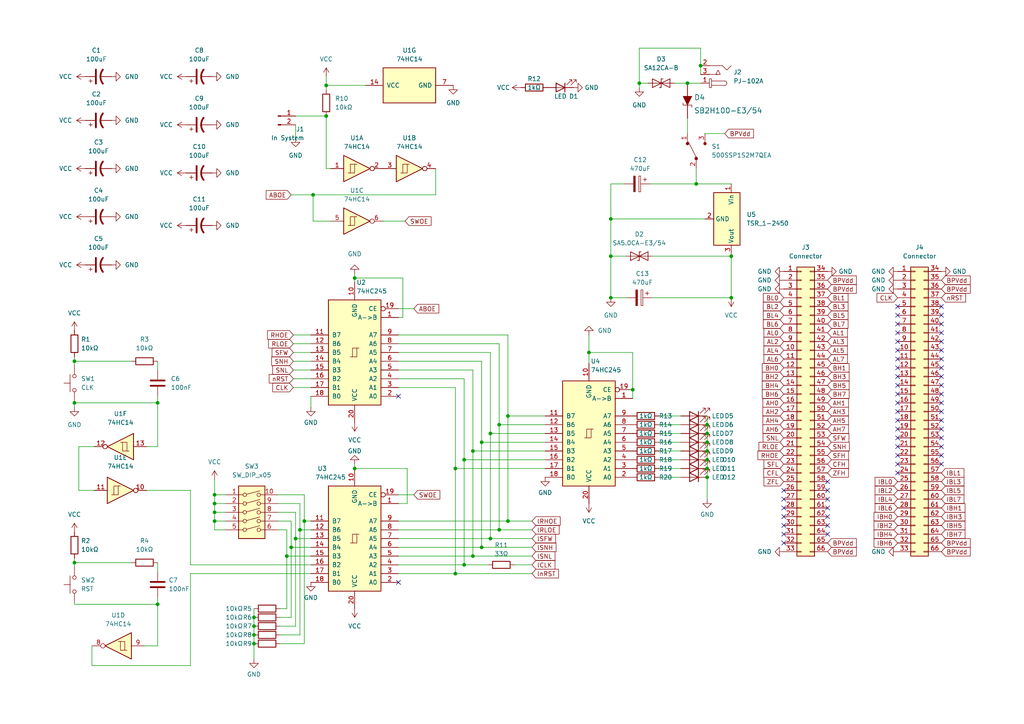
<source format=kicad_sch>
(kicad_sch (version 20211123) (generator eeschema)
  (paper "A4")
  (title_block (title "Talos ES") (date "2022-08-30") (rev "1.0") (company "The Byte Attic") (comment 1 "Kicad file by: Ricardo Setti") (comment 2 "Designed by: Bernardo Kastrup") (comment 3 "I/O"))
  (junction (at 21.59 104.775))
  (junction (at 142.24 156.21))
  (junction (at 73.66 184.15))
  (junction (at 139.7 158.75))
  (junction (at 62.23 143.51))
  (junction (at 199.39 24.13))
  (junction (at 94.615 24.765))
  (junction (at 183.515 113.03))
  (junction (at 205.105 128.27))
  (junction (at 62.23 148.59))
  (junction (at 21.59 163.195))
  (junction (at 73.66 186.69))
  (junction (at 201.93 53.34))
  (junction (at 132.08 166.37))
  (junction (at 83.185 161.29))
  (junction (at 147.32 120.65))
  (junction (at 102.87 135.89))
  (junction (at 177.165 86.36))
  (junction (at 205.105 135.89))
  (junction (at 205.105 123.19))
  (junction (at 73.66 181.61))
  (junction (at 212.09 86.36))
  (junction (at 45.72 175.26))
  (junction (at 134.62 163.83))
  (junction (at 90.805 56.515))
  (junction (at 132.08 135.89))
  (junction (at 86.995 153.67))
  (junction (at 137.16 161.29))
  (junction (at 147.32 151.13))
  (junction (at 177.165 63.5))
  (junction (at 185.42 24.13))
  (junction (at 205.105 133.35))
  (junction (at 137.16 130.81))
  (junction (at 139.7 128.27))
  (junction (at 73.66 179.07))
  (junction (at 21.59 116.84))
  (junction (at 85.725 156.21))
  (junction (at 62.23 146.05))
  (junction (at 84.455 158.75))
  (junction (at 203.2 19.05))
  (junction (at 94.615 33.655))
  (junction (at 205.105 125.73))
  (junction (at 177.165 74.295))
  (junction (at 170.815 102.235))
  (junction (at 134.62 133.35))
  (junction (at 45.72 116.84))
  (junction (at 205.105 138.43))
  (junction (at 212.09 74.295))
  (junction (at 102.87 80.645))
  (junction (at 144.78 153.67))
  (junction (at 142.24 125.73))
  (junction (at 144.78 123.19))
  (junction (at 88.265 151.13))
  (junction (at 205.105 130.81))
  (junction (at 62.23 151.13))
  (no_connect (at 273.05 116.84))
  (no_connect (at 273.05 124.46))
  (no_connect (at 240.03 147.32))
  (no_connect (at 227.33 154.94))
  (no_connect (at 260.35 119.38))
  (no_connect (at 260.35 121.92))
  (no_connect (at 260.35 109.22))
  (no_connect (at 227.33 142.24))
  (no_connect (at 227.33 157.48))
  (no_connect (at 273.05 96.52))
  (no_connect (at 260.35 116.84))
  (no_connect (at 260.35 127))
  (no_connect (at 260.35 93.98))
  (no_connect (at 227.33 152.4))
  (no_connect (at 260.35 96.52))
  (no_connect (at 273.05 88.9))
  (no_connect (at 273.05 99.06))
  (no_connect (at 240.03 144.78))
  (no_connect (at 260.35 132.08))
  (no_connect (at 115.57 114.935))
  (no_connect (at 273.05 104.14))
  (no_connect (at 227.33 149.86))
  (no_connect (at 227.33 144.78))
  (no_connect (at 240.03 139.7))
  (no_connect (at 273.05 129.54))
  (no_connect (at 260.35 104.14))
  (no_connect (at 273.05 101.6))
  (no_connect (at 260.35 134.62))
  (no_connect (at 240.03 154.94))
  (no_connect (at 273.05 132.08))
  (no_connect (at 273.05 93.98))
  (no_connect (at 260.35 124.46))
  (no_connect (at 260.35 111.76))
  (no_connect (at 273.05 119.38))
  (no_connect (at 260.35 106.68))
  (no_connect (at 260.35 129.54))
  (no_connect (at 227.33 147.32))
  (no_connect (at 260.35 101.6))
  (no_connect (at 273.05 109.22))
  (no_connect (at 273.05 121.92))
  (no_connect (at 240.03 149.86))
  (no_connect (at 273.05 91.44))
  (no_connect (at 115.57 168.91))
  (no_connect (at 260.35 88.9))
  (no_connect (at 273.05 127))
  (no_connect (at 260.35 99.06))
  (no_connect (at 240.03 152.4))
  (no_connect (at 273.05 134.62))
  (no_connect (at 260.35 91.44))
  (no_connect (at 273.05 106.68))
  (no_connect (at 260.35 114.3))
  (no_connect (at 260.35 137.16))
  (no_connect (at 273.05 111.76))
  (no_connect (at 240.03 142.24))
  (no_connect (at 273.05 114.3))
  (wire (pts (xy 212.09 86.36) (xy 212.09 74.295)))
  (wire (pts (xy 85.725 148.59) (xy 85.725 156.21)))
  (wire (pts (xy 185.42 13.97) (xy 185.42 24.13)))
  (wire (pts (xy 115.57 97.155) (xy 147.32 97.155)))
  (wire (pts (xy 149.225 163.83) (xy 154.305 163.83)))
  (wire (pts (xy 45.72 175.26) (xy 45.72 187.325)))
  (wire (pts (xy 65.405 148.59) (xy 62.23 148.59)))
  (wire (pts (xy 205.105 123.19) (xy 205.105 125.73)))
  (wire (pts (xy 85.725 156.21) (xy 90.17 156.21)))
  (wire (pts (xy 80.645 146.05) (xy 86.995 146.05)))
  (wire (pts (xy 62.23 151.13) (xy 62.23 148.59)))
  (wire (pts (xy 142.24 156.21) (xy 154.305 156.21)))
  (wire (pts (xy 55.245 163.83) (xy 90.17 163.83)))
  (wire (pts (xy 73.66 181.61) (xy 73.66 184.15)))
  (wire (pts (xy 21.59 104.775) (xy 38.1 104.775)))
  (wire (pts (xy 73.66 176.53) (xy 73.66 179.07)))
  (wire (pts (xy 94.615 22.225) (xy 94.615 24.765)))
  (wire (pts (xy 102.87 80.645) (xy 116.84 80.645)))
  (wire (pts (xy 177.165 63.5) (xy 177.165 74.295)))
  (wire (pts (xy 147.32 120.65) (xy 158.115 120.65)))
  (wire (pts (xy 88.265 151.13) (xy 90.17 151.13)))
  (wire (pts (xy 86.995 184.15) (xy 86.995 153.67)))
  (wire (pts (xy 62.23 139.065) (xy 62.23 143.51)))
  (wire (pts (xy 21.59 106.045) (xy 21.59 104.775)))
  (wire (pts (xy 158.115 125.73) (xy 142.24 125.73)))
  (wire (pts (xy 21.59 163.195) (xy 21.59 161.925)))
  (wire (pts (xy 116.84 92.075) (xy 116.84 80.645)))
  (wire (pts (xy 134.62 163.83) (xy 141.605 163.83)))
  (wire (pts (xy 88.265 186.69) (xy 88.265 151.13)))
  (wire (pts (xy 81.28 186.69) (xy 88.265 186.69)))
  (wire (pts (xy 188.595 53.34) (xy 201.93 53.34)))
  (wire (pts (xy 183.515 113.03) (xy 183.515 102.235)))
  (wire (pts (xy 199.39 34.29) (xy 199.39 38.735)))
  (wire (pts (xy 126.365 48.895) (xy 126.365 56.515)))
  (wire (pts (xy 115.57 153.67) (xy 144.78 153.67)))
  (wire (pts (xy 55.245 166.37) (xy 90.17 166.37)))
  (wire (pts (xy 83.185 153.67) (xy 83.185 161.29)))
  (wire (pts (xy 21.59 116.84) (xy 21.59 116.205)))
  (wire (pts (xy 65.405 146.05) (xy 62.23 146.05)))
  (wire (pts (xy 102.87 134.62) (xy 102.87 135.89)))
  (wire (pts (xy 115.57 163.83) (xy 134.62 163.83)))
  (wire (pts (xy 115.57 112.395) (xy 132.08 112.395)))
  (wire (pts (xy 102.87 80.645) (xy 102.87 81.915)))
  (wire (pts (xy 189.23 86.36) (xy 212.09 86.36)))
  (wire (pts (xy 21.59 164.465) (xy 21.59 163.195)))
  (wire (pts (xy 115.57 161.29) (xy 137.16 161.29)))
  (wire (pts (xy 183.515 113.03) (xy 183.515 115.57)))
  (wire (pts (xy 191.135 128.27) (xy 197.485 128.27)))
  (wire (pts (xy 21.59 175.26) (xy 21.59 174.625)))
  (wire (pts (xy 134.62 109.855) (xy 134.62 133.35)))
  (wire (pts (xy 115.57 104.775) (xy 139.7 104.775)))
  (wire (pts (xy 191.135 138.43) (xy 197.485 138.43)))
  (wire (pts (xy 26.67 187.325) (xy 26.67 193.04)))
  (wire (pts (xy 203.2 13.97) (xy 185.42 13.97)))
  (wire (pts (xy 102.87 79.375) (xy 102.87 80.645)))
  (wire (pts (xy 205.105 125.73) (xy 205.105 128.27)))
  (wire (pts (xy 139.7 104.775) (xy 139.7 128.27)))
  (wire (pts (xy 191.135 133.35) (xy 197.485 133.35)))
  (wire (pts (xy 177.165 86.36) (xy 177.165 74.295)))
  (wire (pts (xy 115.57 109.855) (xy 134.62 109.855)))
  (wire (pts (xy 132.08 135.89) (xy 132.08 166.37)))
  (wire (pts (xy 94.615 48.895) (xy 95.885 48.895)))
  (wire (pts (xy 115.57 158.75) (xy 139.7 158.75)))
  (wire (pts (xy 26.67 193.04) (xy 55.245 193.04)))
  (wire (pts (xy 85.09 112.395) (xy 90.17 112.395)))
  (wire (pts (xy 73.66 184.15) (xy 73.66 186.69)))
  (wire (pts (xy 85.09 104.775) (xy 90.17 104.775)))
  (wire (pts (xy 90.805 56.515) (xy 90.805 64.135)))
  (wire (pts (xy 94.615 33.655) (xy 94.615 48.895)))
  (wire (pts (xy 177.165 63.5) (xy 177.165 53.34)))
  (wire (pts (xy 65.405 151.13) (xy 62.23 151.13)))
  (wire (pts (xy 115.57 102.235) (xy 142.24 102.235)))
  (wire (pts (xy 158.115 135.89) (xy 132.08 135.89)))
  (wire (pts (xy 81.28 176.53) (xy 83.185 176.53)))
  (wire (pts (xy 85.09 107.315) (xy 90.17 107.315)))
  (wire (pts (xy 118.11 146.05) (xy 118.11 135.89)))
  (wire (pts (xy 115.57 151.13) (xy 147.32 151.13)))
  (wire (pts (xy 191.135 125.73) (xy 197.485 125.73)))
  (wire (pts (xy 204.47 38.735) (xy 210.185 38.735)))
  (wire (pts (xy 45.72 104.775) (xy 45.72 107.315)))
  (wire (pts (xy 62.23 153.67) (xy 62.23 151.13)))
  (wire (pts (xy 62.23 146.05) (xy 62.23 143.51)))
  (wire (pts (xy 191.135 120.65) (xy 197.485 120.65)))
  (wire (pts (xy 83.185 161.29) (xy 90.17 161.29)))
  (wire (pts (xy 137.16 161.29) (xy 154.305 161.29)))
  (wire (pts (xy 185.42 25.4) (xy 185.42 24.13)))
  (wire (pts (xy 115.57 166.37) (xy 132.08 166.37)))
  (wire (pts (xy 84.455 158.75) (xy 90.17 158.75)))
  (wire (pts (xy 199.39 24.13) (xy 203.2 24.13)))
  (wire (pts (xy 80.645 148.59) (xy 85.725 148.59)))
  (wire (pts (xy 201.93 48.895) (xy 201.93 53.34)))
  (wire (pts (xy 84.455 56.515) (xy 90.805 56.515)))
  (wire (pts (xy 86.995 146.05) (xy 86.995 153.67)))
  (wire (pts (xy 73.66 186.69) (xy 73.66 191.135)))
  (wire (pts (xy 41.91 187.325) (xy 45.72 187.325)))
  (wire (pts (xy 205.105 133.35) (xy 205.105 135.89)))
  (wire (pts (xy 181.61 86.36) (xy 177.165 86.36)))
  (wire (pts (xy 158.115 133.35) (xy 134.62 133.35)))
  (wire (pts (xy 191.135 123.19) (xy 197.485 123.19)))
  (wire (pts (xy 85.09 109.855) (xy 90.17 109.855)))
  (wire (pts (xy 21.59 175.26) (xy 45.72 175.26)))
  (wire (pts (xy 158.115 130.81) (xy 137.16 130.81)))
  (wire (pts (xy 144.78 153.67) (xy 154.305 153.67)))
  (wire (pts (xy 142.24 102.235) (xy 142.24 125.73)))
  (wire (pts (xy 84.455 179.07) (xy 84.455 158.75)))
  (wire (pts (xy 115.57 89.535) (xy 120.015 89.535)))
  (wire (pts (xy 94.615 24.765) (xy 94.615 26.035)))
  (wire (pts (xy 45.72 173.355) (xy 45.72 175.26)))
  (wire (pts (xy 88.265 143.51) (xy 88.265 151.13)))
  (wire (pts (xy 85.725 181.61) (xy 85.725 156.21)))
  (wire (pts (xy 212.09 74.295) (xy 212.09 73.66)))
  (wire (pts (xy 139.7 158.75) (xy 154.305 158.75)))
  (wire (pts (xy 86.995 153.67) (xy 90.17 153.67)))
  (wire (pts (xy 22.86 129.54) (xy 22.86 142.24)))
  (wire (pts (xy 85.09 97.155) (xy 90.17 97.155)))
  (wire (pts (xy 84.455 151.13) (xy 84.455 158.75)))
  (wire (pts (xy 21.59 163.195) (xy 38.1 163.195)))
  (wire (pts (xy 83.185 176.53) (xy 83.185 161.29)))
  (wire (pts (xy 21.59 118.11) (xy 21.59 116.84)))
  (wire (pts (xy 144.78 123.19) (xy 144.78 153.67)))
  (wire (pts (xy 203.2 19.05) (xy 203.2 21.59)))
  (wire (pts (xy 137.16 130.81) (xy 137.16 161.29)))
  (wire (pts (xy 115.57 146.05) (xy 118.11 146.05)))
  (wire (pts (xy 205.105 120.65) (xy 205.105 123.19)))
  (wire (pts (xy 80.645 153.67) (xy 83.185 153.67)))
  (wire (pts (xy 205.105 135.89) (xy 205.105 138.43)))
  (wire (pts (xy 115.57 92.075) (xy 116.84 92.075)))
  (wire (pts (xy 21.59 116.84) (xy 45.72 116.84)))
  (wire (pts (xy 115.57 107.315) (xy 137.16 107.315)))
  (wire (pts (xy 115.57 143.51) (xy 120.015 143.51)))
  (wire (pts (xy 170.815 102.235) (xy 183.515 102.235)))
  (wire (pts (xy 137.16 107.315) (xy 137.16 130.81)))
  (wire (pts (xy 42.545 142.24) (xy 55.245 142.24)))
  (wire (pts (xy 189.23 74.295) (xy 212.09 74.295)))
  (wire (pts (xy 205.105 138.43) (xy 205.105 144.78)))
  (wire (pts (xy 205.105 128.27) (xy 205.105 130.81)))
  (wire (pts (xy 205.105 130.81) (xy 205.105 133.35)))
  (wire (pts (xy 195.58 24.13) (xy 199.39 24.13)))
  (wire (pts (xy 147.32 151.13) (xy 154.305 151.13)))
  (wire (pts (xy 158.115 123.19) (xy 144.78 123.19)))
  (wire (pts (xy 185.42 24.13) (xy 187.96 24.13)))
  (wire (pts (xy 81.28 179.07) (xy 84.455 179.07)))
  (wire (pts (xy 204.47 63.5) (xy 177.165 63.5)))
  (wire (pts (xy 111.125 64.135) (xy 117.475 64.135)))
  (wire (pts (xy 147.32 97.155) (xy 147.32 120.65)))
  (wire (pts (xy 170.815 102.235) (xy 170.815 105.41)))
  (wire (pts (xy 55.245 142.24) (xy 55.245 163.83)))
  (wire (pts (xy 62.23 148.59) (xy 62.23 146.05)))
  (wire (pts (xy 181.61 74.295) (xy 177.165 74.295)))
  (wire (pts (xy 191.135 130.81) (xy 197.485 130.81)))
  (wire (pts (xy 55.245 193.04) (xy 55.245 166.37)))
  (wire (pts (xy 102.87 135.89) (xy 118.11 135.89)))
  (wire (pts (xy 45.72 114.935) (xy 45.72 116.84)))
  (wire (pts (xy 27.305 129.54) (xy 22.86 129.54)))
  (wire (pts (xy 45.72 116.84) (xy 45.72 129.54)))
  (wire (pts (xy 201.93 53.34) (xy 212.09 53.34)))
  (wire (pts (xy 132.08 166.37) (xy 154.305 166.37)))
  (wire (pts (xy 139.7 128.27) (xy 139.7 158.75)))
  (wire (pts (xy 191.135 135.89) (xy 197.485 135.89)))
  (wire (pts (xy 142.24 125.73) (xy 142.24 156.21)))
  (wire (pts (xy 80.645 151.13) (xy 84.455 151.13)))
  (wire (pts (xy 144.78 99.695) (xy 144.78 123.19)))
  (wire (pts (xy 177.165 53.34) (xy 180.975 53.34)))
  (wire (pts (xy 115.57 156.21) (xy 142.24 156.21)))
  (wire (pts (xy 139.7 128.27) (xy 158.115 128.27)))
  (wire (pts (xy 21.59 104.775) (xy 21.59 103.505)))
  (wire (pts (xy 85.725 36.195) (xy 85.725 40.005)))
  (wire (pts (xy 134.62 133.35) (xy 134.62 163.83)))
  (wire (pts (xy 85.09 102.235) (xy 90.17 102.235)))
  (wire (pts (xy 132.08 112.395) (xy 132.08 135.89)))
  (wire (pts (xy 80.645 143.51) (xy 88.265 143.51)))
  (wire (pts (xy 90.17 114.935) (xy 90.17 118.11)))
  (wire (pts (xy 65.405 153.67) (xy 62.23 153.67)))
  (wire (pts (xy 106.045 24.765) (xy 94.615 24.765)))
  (wire (pts (xy 62.23 143.51) (xy 65.405 143.51)))
  (wire (pts (xy 45.72 163.195) (xy 45.72 165.735)))
  (wire (pts (xy 147.32 120.65) (xy 147.32 151.13)))
  (wire (pts (xy 81.28 181.61) (xy 85.725 181.61)))
  (wire (pts (xy 22.86 142.24) (xy 27.305 142.24)))
  (wire (pts (xy 85.725 33.655) (xy 94.615 33.655)))
  (wire (pts (xy 115.57 99.695) (xy 144.78 99.695)))
  (wire (pts (xy 42.545 129.54) (xy 45.72 129.54)))
  (wire (pts (xy 126.365 56.515) (xy 90.805 56.515)))
  (wire (pts (xy 170.815 97.155) (xy 170.815 102.235)))
  (wire (pts (xy 203.2 19.05) (xy 203.2 13.97)))
  (wire (pts (xy 90.805 64.135) (xy 95.885 64.135)))
  (wire (pts (xy 85.09 99.695) (xy 90.17 99.695)))
  (wire (pts (xy 81.28 184.15) (xy 86.995 184.15)))
  (wire (pts (xy 73.66 179.07) (xy 73.66 181.61)))
  (global_label "AL7" (shape input) (at 240.03 104.14 0) (property "Intersheet References" "${INTERSHEET_REFS}" (effects hide)))
  (global_label "lnRST" (shape input) (at 154.305 166.37 0) (property "Intersheet References" "${INTERSHEET_REFS}" (effects hide)))
  (global_label "BPVdd" (shape input) (at 210.185 38.735 0) (property "Intersheet References" "${INTERSHEET_REFS}" (effects hide)))
  (global_label "AL2" (shape input) (at 227.33 99.06 180) (property "Intersheet References" "${INTERSHEET_REFS}" (effects hide)))
  (global_label "BH3" (shape input) (at 240.03 109.22 0) (property "Intersheet References" "${INTERSHEET_REFS}" (effects hide)))
  (global_label "AL5" (shape input) (at 240.03 101.6 0) (property "Intersheet References" "${INTERSHEET_REFS}" (effects hide)))
  (global_label "RHOE" (shape input) (at 85.09 97.155 180) (property "Intersheet References" "${INTERSHEET_REFS}" (effects hide)))
  (global_label "BPVdd" (shape input) (at 240.03 157.48 0) (property "Intersheet References" "${INTERSHEET_REFS}" (effects hide)))
  (global_label "IBL5" (shape input) (at 273.05 142.24 0) (property "Intersheet References" "${INTERSHEET_REFS}" (effects hide)))
  (global_label "CFH" (shape input) (at 240.03 134.62 0) (property "Intersheet References" "${INTERSHEET_REFS}" (effects hide)))
  (global_label "SWOE" (shape input) (at 117.475 64.135 0) (property "Intersheet References" "${INTERSHEET_REFS}" (effects hide)))
  (global_label "AH3" (shape input) (at 240.03 119.38 0) (property "Intersheet References" "${INTERSHEET_REFS}" (effects hide)))
  (global_label "BL0" (shape input) (at 227.33 86.36 180) (property "Intersheet References" "${INTERSHEET_REFS}" (effects hide)))
  (global_label "IBL1" (shape input) (at 273.05 137.16 0) (property "Intersheet References" "${INTERSHEET_REFS}" (effects hide)))
  (global_label "SNH" (shape input) (at 85.09 104.775 180) (property "Intersheet References" "${INTERSHEET_REFS}" (effects hide)))
  (global_label "AL6" (shape input) (at 227.33 104.14 180) (property "Intersheet References" "${INTERSHEET_REFS}" (effects hide)))
  (global_label "AH2" (shape input) (at 227.33 119.38 180) (property "Intersheet References" "${INTERSHEET_REFS}" (effects hide)))
  (global_label "AH0" (shape input) (at 227.33 116.84 180) (property "Intersheet References" "${INTERSHEET_REFS}" (effects hide)))
  (global_label "nRST" (shape input) (at 273.05 86.36 0) (property "Intersheet References" "${INTERSHEET_REFS}" (effects hide)))
  (global_label "IBH5" (shape input) (at 273.05 152.4 0) (property "Intersheet References" "${INTERSHEET_REFS}" (effects hide)))
  (global_label "lSFW" (shape input) (at 154.305 156.21 0) (property "Intersheet References" "${INTERSHEET_REFS}" (effects hide)))
  (global_label "IBH6" (shape input) (at 260.35 157.48 180) (property "Intersheet References" "${INTERSHEET_REFS}" (effects hide)))
  (global_label "ABOE" (shape input) (at 84.455 56.515 180) (property "Intersheet References" "${INTERSHEET_REFS}" (effects hide)))
  (global_label "BH6" (shape input) (at 227.33 114.3 180) (property "Intersheet References" "${INTERSHEET_REFS}" (effects hide)))
  (global_label "BH4" (shape input) (at 227.33 111.76 180) (property "Intersheet References" "${INTERSHEET_REFS}" (effects hide)))
  (global_label "SFH" (shape input) (at 240.03 132.08 0) (property "Intersheet References" "${INTERSHEET_REFS}" (effects hide)))
  (global_label "AH6" (shape input) (at 227.33 124.46 180) (property "Intersheet References" "${INTERSHEET_REFS}" (effects hide)))
  (global_label "nRST" (shape input) (at 85.09 109.855 180) (property "Intersheet References" "${INTERSHEET_REFS}" (effects hide)))
  (global_label "AL3" (shape input) (at 240.03 99.06 0) (property "Intersheet References" "${INTERSHEET_REFS}" (effects hide)))
  (global_label "BPVdd" (shape input) (at 240.03 81.28 0) (property "Intersheet References" "${INTERSHEET_REFS}" (effects hide)))
  (global_label "BH2" (shape input) (at 227.33 109.22 180) (property "Intersheet References" "${INTERSHEET_REFS}" (effects hide)))
  (global_label "IBL0" (shape input) (at 260.35 139.7 180) (property "Intersheet References" "${INTERSHEET_REFS}" (effects hide)))
  (global_label "IBH1" (shape input) (at 273.05 147.32 0) (property "Intersheet References" "${INTERSHEET_REFS}" (effects hide)))
  (global_label "IBH7" (shape input) (at 273.05 154.94 0) (property "Intersheet References" "${INTERSHEET_REFS}" (effects hide)))
  (global_label "BPVdd" (shape input) (at 273.05 160.02 0) (property "Intersheet References" "${INTERSHEET_REFS}" (effects hide)))
  (global_label "BH1" (shape input) (at 240.03 106.68 0) (property "Intersheet References" "${INTERSHEET_REFS}" (effects hide)))
  (global_label "IBL2" (shape input) (at 260.35 142.24 180) (property "Intersheet References" "${INTERSHEET_REFS}" (effects hide)))
  (global_label "IBL3" (shape input) (at 273.05 139.7 0) (property "Intersheet References" "${INTERSHEET_REFS}" (effects hide)))
  (global_label "lSNH" (shape input) (at 154.305 158.75 0) (property "Intersheet References" "${INTERSHEET_REFS}" (effects hide)))
  (global_label "lRLOE" (shape input) (at 154.305 153.67 0) (property "Intersheet References" "${INTERSHEET_REFS}" (effects hide)))
  (global_label "RLOE" (shape input) (at 227.33 129.54 180) (property "Intersheet References" "${INTERSHEET_REFS}" (effects hide)))
  (global_label "lSNL" (shape input) (at 154.305 161.29 0) (property "Intersheet References" "${INTERSHEET_REFS}" (effects hide)))
  (global_label "SNL" (shape input) (at 227.33 127 180) (property "Intersheet References" "${INTERSHEET_REFS}" (effects hide)))
  (global_label "AH7" (shape input) (at 240.03 124.46 0) (property "Intersheet References" "${INTERSHEET_REFS}" (effects hide)))
  (global_label "CLK" (shape input) (at 260.35 86.36 180) (property "Intersheet References" "${INTERSHEET_REFS}" (effects hide)))
  (global_label "IBL6" (shape input) (at 260.35 147.32 180) (property "Intersheet References" "${INTERSHEET_REFS}" (effects hide)))
  (global_label "IBH2" (shape input) (at 260.35 152.4 180) (property "Intersheet References" "${INTERSHEET_REFS}" (effects hide)))
  (global_label "IBH0" (shape input) (at 260.35 149.86 180) (property "Intersheet References" "${INTERSHEET_REFS}" (effects hide)))
  (global_label "CLK" (shape input) (at 85.09 112.395 180) (property "Intersheet References" "${INTERSHEET_REFS}" (effects hide)))
  (global_label "AL1" (shape input) (at 240.03 96.52 0) (property "Intersheet References" "${INTERSHEET_REFS}" (effects hide)))
  (global_label "ZFH" (shape input) (at 240.03 137.16 0) (property "Intersheet References" "${INTERSHEET_REFS}" (effects hide)))
  (global_label "lCLK" (shape input) (at 154.305 163.83 0) (property "Intersheet References" "${INTERSHEET_REFS}" (effects hide)))
  (global_label "SFL" (shape input) (at 227.33 134.62 180) (property "Intersheet References" "${INTERSHEET_REFS}" (effects hide)))
  (global_label "BPVdd" (shape input) (at 240.03 160.02 0) (property "Intersheet References" "${INTERSHEET_REFS}" (effects hide)))
  (global_label "AH4" (shape input) (at 227.33 121.92 180) (property "Intersheet References" "${INTERSHEET_REFS}" (effects hide)))
  (global_label "BPVdd" (shape input) (at 273.05 157.48 0) (property "Intersheet References" "${INTERSHEET_REFS}" (effects hide)))
  (global_label "BL4" (shape input) (at 227.33 91.44 180) (property "Intersheet References" "${INTERSHEET_REFS}" (effects hide)))
  (global_label "BL7" (shape input) (at 240.03 93.98 0) (property "Intersheet References" "${INTERSHEET_REFS}" (effects hide)))
  (global_label "SFW" (shape input) (at 240.03 127 0) (property "Intersheet References" "${INTERSHEET_REFS}" (effects hide)))
  (global_label "AL4" (shape input) (at 227.33 101.6 180) (property "Intersheet References" "${INTERSHEET_REFS}" (effects hide)))
  (global_label "ZFL" (shape input) (at 227.33 139.7 180) (property "Intersheet References" "${INTERSHEET_REFS}" (effects hide)))
  (global_label "IBH3" (shape input) (at 273.05 149.86 0) (property "Intersheet References" "${INTERSHEET_REFS}" (effects hide)))
  (global_label "AH5" (shape input) (at 240.03 121.92 0) (property "Intersheet References" "${INTERSHEET_REFS}" (effects hide)))
  (global_label "SFW" (shape input) (at 85.09 102.235 180) (property "Intersheet References" "${INTERSHEET_REFS}" (effects hide)))
  (global_label "AL0" (shape input) (at 227.33 96.52 180) (property "Intersheet References" "${INTERSHEET_REFS}" (effects hide)))
  (global_label "BH7" (shape input) (at 240.03 114.3 0) (property "Intersheet References" "${INTERSHEET_REFS}" (effects hide)))
  (global_label "lRHOE" (shape input) (at 154.305 151.13 0) (property "Intersheet References" "${INTERSHEET_REFS}" (effects hide)))
  (global_label "IBL7" (shape input) (at 273.05 144.78 0) (property "Intersheet References" "${INTERSHEET_REFS}" (effects hide)))
  (global_label "SNH" (shape input) (at 240.03 129.54 0) (property "Intersheet References" "${INTERSHEET_REFS}" (effects hide)))
  (global_label "BPVdd" (shape input) (at 273.05 83.82 0) (property "Intersheet References" "${INTERSHEET_REFS}" (effects hide)))
  (global_label "CFL" (shape input) (at 227.33 137.16 180) (property "Intersheet References" "${INTERSHEET_REFS}" (effects hide)))
  (global_label "RHOE" (shape input) (at 227.33 132.08 180) (property "Intersheet References" "${INTERSHEET_REFS}" (effects hide)))
  (global_label "SWOE" (shape input) (at 120.015 143.51 0) (property "Intersheet References" "${INTERSHEET_REFS}" (effects hide)))
  (global_label "SNL" (shape input) (at 85.09 107.315 180) (property "Intersheet References" "${INTERSHEET_REFS}" (effects hide)))
  (global_label "BL5" (shape input) (at 240.03 91.44 0) (property "Intersheet References" "${INTERSHEET_REFS}" (effects hide)))
  (global_label "IBL4" (shape input) (at 260.35 144.78 180) (property "Intersheet References" "${INTERSHEET_REFS}" (effects hide)))
  (global_label "BH0" (shape input) (at 227.33 106.68 180) (property "Intersheet References" "${INTERSHEET_REFS}" (effects hide)))
  (global_label "RLOE" (shape input) (at 85.09 99.695 180) (property "Intersheet References" "${INTERSHEET_REFS}" (effects hide)))
  (global_label "ABOE" (shape input) (at 120.015 89.535 0) (property "Intersheet References" "${INTERSHEET_REFS}" (effects hide)))
  (global_label "AH1" (shape input) (at 240.03 116.84 0) (property "Intersheet References" "${INTERSHEET_REFS}" (effects hide)))
  (global_label "IBH4" (shape input) (at 260.35 154.94 180) (property "Intersheet References" "${INTERSHEET_REFS}" (effects hide)))
  (global_label "BL3" (shape input) (at 240.03 88.9 0) (property "Intersheet References" "${INTERSHEET_REFS}" (effects hide)))
  (global_label "BPVdd" (shape input) (at 240.03 83.82 0) (property "Intersheet References" "${INTERSHEET_REFS}" (effects hide)))
  (global_label "BPVdd" (shape input) (at 273.05 81.28 0) (property "Intersheet References" "${INTERSHEET_REFS}" (effects hide)))
  (global_label "BL6" (shape input) (at 227.33 93.98 180) (property "Intersheet References" "${INTERSHEET_REFS}" (effects hide)))
  (global_label "BH5" (shape input) (at 240.03 111.76 0) (property "Intersheet References" "${INTERSHEET_REFS}" (effects hide)))
  (global_label "BL1" (shape input) (at 240.03 86.36 0) (property "Intersheet References" "${INTERSHEET_REFS}" (effects hide)))
  (global_label "BL2" (shape input) (at 227.33 88.9 180) (property "Intersheet References" "${INTERSHEET_REFS}" (effects hide)))
  (symbol (lib_id "Device:R") (at 187.325 120.65 270) (unit 1)
    (property "Reference" "R13" (at 193.04 120.65 90))
    (property "Value" "1kΩ" (at 187.325 120.65 90))
    (property "Footprint" "Resistor_THT:R_Axial_DIN0207_L6.3mm_D2.5mm_P7.62mm_Horizontal" (effects hide))
  )
  (symbol (lib_id "power:GND") (at 273.05 78.74 90) (unit 1)
    (property "Reference" "#PWR0143" (effects hide))
    (property "Value" "GND" (at 276.225 78.7399 90) (effects (justify right)))
  )
  (symbol (lib_id "74xx:74HC245") (at 170.815 125.73 180) (unit 1)
    (property "Reference" "U4" (at 171.3356 104.775 0) (effects (justify right)))
    (property "Value" "74HC245" (at 171.3356 107.315 0) (effects (justify right)))
    (property "Footprint" "Package_DIP:DIP-20_W7.62mm_Socket" (effects hide))
    (property "Datasheet" "http://www.ti.com/lit/gpn/sn74HC245" (effects hide))
  )
  (symbol (lib_id "Switch:SW_Push") (at 21.59 169.545 90) (unit 1)
    (property "Reference" "SW2" (at 23.495 168.2749 90) (effects (justify right)))
    (property "Value" "RST" (at 23.495 170.8149 90) (effects (justify right)))
    (property "Footprint" "Button_Switch_THT:SW_PUSH_6mm_H5mm" (effects hide))
  )
  (symbol (lib_id "Device:C_Polarized") (at 185.42 86.36 270) (unit 1)
    (property "Reference" "C13" (at 186.309 79.375 90))
    (property "Value" "470uF" (at 186.309 81.915 90))
    (property "Footprint" "Capacitor_THT:CP_Radial_D5.0mm_P2.00mm" (effects hide))
  )
  (symbol (lib_id "Device:LED") (at 201.295 120.65 180) (unit 1)
    (property "Reference" "D5" (at 211.455 120.65 0))
    (property "Value" "LED" (at 208.28 120.65 0))
    (property "Footprint" "LED_THT:LED_D5.0mm" (effects hide))
  )
  (symbol (lib_id "74xx:74HC14") (at 34.29 187.325 0) (mirror y) (unit 4)
    (property "Reference" "U1" (at 34.29 178.435 0))
    (property "Value" "74HC14" (at 34.29 180.975 0))
    (property "Footprint" "Package_DIP:DIP-14_W7.62mm_Socket" (effects hide))
    (property "Datasheet" "http://www.ti.com/lit/gpn/sn74HC14" (effects hide))
  )
  (symbol (lib_id "Device:R") (at 77.47 184.15 270) (unit 1)
    (property "Reference" "R8" (at 71.755 184.15 90))
    (property "Value" "10kΩ" (at 67.945 184.15 90))
    (property "Footprint" "Resistor_THT:R_Axial_DIN0207_L6.3mm_D2.5mm_P7.62mm_Horizontal" (effects hide))
  )
  (symbol (lib_id "power:GND") (at 32.385 62.865 90) (unit 1)
    (property "Reference" "#PWR0106" (effects hide))
    (property "Value" "GND" (at 36.195 62.8649 90) (effects (justify right)))
  )
  (symbol (lib_id "Device:LED") (at 201.295 125.73 180) (unit 1)
    (property "Reference" "D7" (at 211.455 125.73 0))
    (property "Value" "LED" (at 208.28 125.73 0))
    (property "Footprint" "LED_THT:LED_D5.0mm" (effects hide))
  )
  (symbol (lib_id "74xx:74HC14") (at 34.925 129.54 0) (mirror y) (unit 6)
    (property "Reference" "U1" (at 34.925 120.015 0))
    (property "Value" "74HC14" (at 34.925 122.555 0))
    (property "Footprint" "Package_DIP:DIP-14_W7.62mm_Socket" (effects hide))
    (property "Datasheet" "http://www.ti.com/lit/gpn/sn74HC14" (effects hide))
  )
  (symbol (lib_id "power:GND") (at 260.35 83.82 270) (unit 1)
    (property "Reference" "#PWR0140" (effects hide))
    (property "Value" "GND" (at 252.73 83.82 90) (effects (justify left)))
  )
  (symbol (lib_id "power:GND") (at 90.17 118.11 0) (unit 1)
    (property "Reference" "#PWR0129" (effects hide))
    (property "Value" "GND" (at 90.17 122.555 0))
  )
  (symbol (lib_id "power:VCC") (at 24.765 34.925 90) (unit 1)
    (property "Reference" "#PWR0124" (effects hide))
    (property "Value" "VCC" (at 20.955 34.9249 90) (effects (justify left)))
  )
  (symbol (lib_id "power:GND") (at 61.595 36.195 90) (unit 1)
    (property "Reference" "#PWR0118" (effects hide))
    (property "Value" "GND" (at 65.405 36.1949 90) (effects (justify right)))
  )
  (symbol (lib_id "Device:LED") (at 162.56 25.4 180) (unit 1)
    (property "Reference" "D1" (at 166.37 27.94 0))
    (property "Value" "LED" (at 162.56 27.94 0))
    (property "Footprint" "LED_THT:LED_D5.0mm" (effects hide))
  )
  (symbol (lib_id "Device:R") (at 21.59 99.695 0) (unit 1)
    (property "Reference" "R1" (at 23.495 98.4249 0) (effects (justify left)))
    (property "Value" "10kΩ" (at 23.495 100.9649 0) (effects (justify left)))
    (property "Footprint" "Resistor_THT:R_Axial_DIN0207_L6.3mm_D2.5mm_P7.62mm_Horizontal" (effects hide))
  )
  (symbol (lib_id "power:GND") (at 32.385 34.925 90) (unit 1)
    (property "Reference" "#PWR0126" (effects hide))
    (property "Value" "GND" (at 36.195 34.9249 90) (effects (justify right)))
  )
  (symbol (lib_id "Device:R") (at 21.59 158.115 0) (unit 1)
    (property "Reference" "R2" (at 23.495 156.8449 0) (effects (justify left)))
    (property "Value" "10kΩ" (at 23.495 159.3849 0) (effects (justify left)))
    (property "Footprint" "Resistor_THT:R_Axial_DIN0207_L6.3mm_D2.5mm_P7.62mm_Horizontal" (effects hide))
  )
  (symbol (lib_id "74xx:74HC245") (at 102.87 156.21 180) (unit 1)
    (property "Reference" "U3" (at 92.075 135.89 0) (effects (justify right)))
    (property "Value" "74HC245" (at 91.44 138.43 0) (effects (justify right)))
    (property "Footprint" "Package_DIP:DIP-20_W7.62mm_Socket" (effects hide))
    (property "Datasheet" "http://www.ti.com/lit/gpn/sn74HC245" (effects hide))
  )
  (symbol (lib_id "power:VCC") (at 170.815 146.05 180) (unit 1)
    (property "Reference" "#PWR0139" (effects hide))
    (property "Value" "VCC" (at 170.815 151.13 0))
  )
  (symbol (lib_id "power:GND") (at 61.595 65.405 90) (unit 1)
    (property "Reference" "#PWR0107" (effects hide))
    (property "Value" "GND" (at 65.405 65.4049 90) (effects (justify right)))
  )
  (symbol (lib_id "power:VCC") (at 102.87 122.555 180) (unit 1)
    (property "Reference" "#PWR0135" (effects hide))
    (property "Value" "VCC" (at 102.87 127.635 0))
  )
  (symbol (lib_id "Device:R") (at 187.325 123.19 270) (unit 1)
    (property "Reference" "R14" (at 193.04 123.19 90))
    (property "Value" "1kΩ" (at 187.325 123.19 90))
    (property "Footprint" "Resistor_THT:R_Axial_DIN0207_L6.3mm_D2.5mm_P7.62mm_Horizontal" (effects hide))
  )
  (symbol (lib_id "Device:R") (at 77.47 179.07 270) (unit 1)
    (property "Reference" "R6" (at 71.755 179.07 90))
    (property "Value" "10kΩ" (at 67.945 179.07 90))
    (property "Footprint" "Resistor_THT:R_Axial_DIN0207_L6.3mm_D2.5mm_P7.62mm_Horizontal" (effects hide))
  )
  (symbol (lib_id "Device:C_Polarized_US") (at 57.785 36.195 90) (unit 1)
    (property "Reference" "C9" (at 57.785 28.575 90))
    (property "Value" "100uF" (at 57.785 31.115 90))
    (property "Footprint" "Capacitor_THT:CP_Radial_D5.0mm_P2.00mm" (effects hide))
  )
  (symbol (lib_id "power:GND") (at 102.87 79.375 180) (unit 1)
    (property "Reference" "#PWR0128" (effects hide))
    (property "Value" "GND" (at 102.87 73.66 0))
  )
  (symbol (lib_id "Device:R") (at 187.325 135.89 270) (unit 1)
    (property "Reference" "R19" (at 193.04 135.89 90))
    (property "Value" "1kΩ" (at 187.325 135.89 90))
    (property "Footprint" "Resistor_THT:R_Axial_DIN0207_L6.3mm_D2.5mm_P7.62mm_Horizontal" (effects hide))
  )
  (symbol (lib_id "power:GND") (at 32.385 22.225 90) (unit 1)
    (property "Reference" "#PWR0123" (effects hide))
    (property "Value" "GND" (at 36.195 22.2249 90) (effects (justify right)))
  )
  (symbol (lib_id "power:VCC") (at 21.59 154.305 0) (unit 1)
    (property "Reference" "#PWR0127" (effects hide))
    (property "Value" "VCC" (at 21.59 149.225 0))
  )
  (symbol (lib_id "power:GND") (at 227.33 160.02 270) (unit 1)
    (property "Reference" "#PWR0151" (effects hide))
    (property "Value" "GND" (at 219.71 160.02 90) (effects (justify left)))
  )
  (symbol (lib_id "dk_Diodes-Zener-Single:1N5231BTR") (at 199.39 29.21 270) (unit 1)
    (property "Reference" "D4" (at 201.295 28.2575 90) (effects (font (size 1.524 1.524)) (justify left)))
    (property "Value" "SB2H100-E3/54" (at 201.295 32.0675 90) (effects (font (size 1.524 1.524)) (justify left)))
    (property "Footprint" "Diode_THT:D_A-405_P7.62mm_Horizontal" (effects hide))
    (property "Datasheet" "https://www.onsemi.com/pub/Collateral/1N5221B-D.PDF" (effects hide))
    (property "Digi-Key_PN" "1N5231BFSCT-ND" (effects hide))
    (property "MPN" "1N5231BTR" (effects hide))
    (property "Category" "Discrete Semiconductor Products" (effects hide))
    (property "Family" "Diodes - Zener - Single" (effects hide))
    (property "DK_Datasheet_Link" "https://www.onsemi.com/pub/Collateral/1N5221B-D.PDF" (effects hide))
    (property "DK_Detail_Page" "/product-detail/en/on-semiconductor/1N5231BTR/1N5231BFSCT-ND/1532765" (effects hide))
    (property "Description" "DIODE ZENER 5.1V 500MW DO35" (effects hide))
    (property "Manufacturer" "ON Semiconductor" (effects hide))
    (property "Status" "Active" (effects hide))
  )
  (symbol (lib_id "power:VCC") (at 24.765 48.895 90) (unit 1)
    (property "Reference" "#PWR0115" (effects hide))
    (property "Value" "VCC" (at 20.955 48.8949 90) (effects (justify left)))
  )
  (symbol (lib_id "Device:R") (at 187.325 128.27 270) (unit 1)
    (property "Reference" "R16" (at 193.04 128.27 90))
    (property "Value" "1kΩ" (at 187.325 128.27 90))
    (property "Footprint" "Resistor_THT:R_Axial_DIN0207_L6.3mm_D2.5mm_P7.62mm_Horizontal" (effects hide))
  )
  (symbol (lib_id "74xx:74HC14") (at 118.745 24.765 90) (unit 7)
    (property "Reference" "U1" (at 118.745 14.605 90))
    (property "Value" "74HC14" (at 118.745 17.145 90))
    (property "Footprint" "Package_DIP:DIP-14_W7.62mm_Socket" (effects hide))
    (property "Datasheet" "http://www.ti.com/lit/gpn/sn74HC14" (effects hide))
  )
  (symbol (lib_id "Connector_Generic:Conn_02x33_Top_Bottom") (at 265.43 119.38 0) (unit 1)
    (property "Reference" "J4" (at 266.7 71.755 0))
    (property "Value" "Connector" (at 266.7 74.295 0))
    (property "Footprint" "Connector_PinHeader_1.00mm:PinHeader_2x33_P1.00mm_Vertical" (effects hide))
  )
  (symbol (lib_id "74xx:74HC14") (at 118.745 48.895 0) (unit 2)
    (property "Reference" "U1" (at 118.745 40.005 0))
    (property "Value" "74HC14" (at 118.745 42.545 0))
    (property "Footprint" "Package_DIP:DIP-14_W7.62mm_Socket" (effects hide))
    (property "Datasheet" "http://www.ti.com/lit/gpn/sn74HC14" (effects hide))
  )
  (symbol (lib_id "power:VCC") (at 53.975 36.195 90) (unit 1)
    (property "Reference" "#PWR0116" (effects hide))
    (property "Value" "VCC" (at 50.165 36.1949 90) (effects (justify left)))
  )
  (symbol (lib_id "dk_Toggle-Switches:ATE1D-2M3-10-Z") (at 201.93 43.815 90) (unit 1)
    (property "Reference" "S1" (at 206.375 42.4941 90) (effects (justify right)))
    (property "Value" "500SSP1S2M7QEA" (at 206.375 45.0341 90) (effects (justify right)))
    (property "Footprint" "digikey-footprints:Switch_Toggle_ATE1D-2M3-10-Z" (effects hide))
    (property "Datasheet" "https://www.nidec-copal-electronics.com/e/catalog/switch/ate.pdf" (effects hide))
    (property "Digi-Key_PN" "563-1157-ND" (effects hide))
    (property "MPN" "ATE1D-2M3-10-Z" (effects hide))
    (property "Category" "Switches" (effects hide))
    (property "Family" "Toggle Switches" (effects hide))
    (property "DK_Datasheet_Link" "https://www.nidec-copal-electronics.com/e/catalog/switch/ate.pdf" (effects hide))
    (property "DK_Detail_Page" "/product-detail/en/nidec-copal-electronics/ATE1D-2M3-10-Z/563-1157-ND/1792018" (effects hide))
    (property "Description" "SWITCH TOGGLE SPDT 50MA 48V" (effects hide))
    (property "Manufacturer" "Nidec Copal Electronics" (effects hide))
    (property "Status" "Active" (effects hide))
  )
  (symbol (lib_id "power:VCC") (at 53.975 22.225 90) (unit 1)
    (property "Reference" "#PWR0117" (effects hide))
    (property "Value" "VCC" (at 50.165 22.2249 90) (effects (justify left)))
  )
  (symbol (lib_id "Device:R") (at 187.325 133.35 270) (unit 1)
    (property "Reference" "R18" (at 193.04 133.35 90))
    (property "Value" "1kΩ" (at 187.325 133.35 90))
    (property "Footprint" "Resistor_THT:R_Axial_DIN0207_L6.3mm_D2.5mm_P7.62mm_Horizontal" (effects hide))
  )
  (symbol (lib_id "power:GND") (at 166.37 25.4 90) (unit 1)
    (property "Reference" "#PWR0132" (effects hide))
    (property "Value" "GND" (at 169.545 25.3999 90) (effects (justify right)))
  )
  (symbol (lib_id "power:VCC") (at 53.975 50.165 90) (unit 1)
    (property "Reference" "#PWR0114" (effects hide))
    (property "Value" "VCC" (at 50.165 50.1649 90) (effects (justify left)))
  )
  (symbol (lib_id "Device:R") (at 77.47 181.61 270) (unit 1)
    (property "Reference" "R7" (at 71.755 181.61 90))
    (property "Value" "10kΩ" (at 67.945 181.61 90))
    (property "Footprint" "Resistor_THT:R_Axial_DIN0207_L6.3mm_D2.5mm_P7.62mm_Horizontal" (effects hide))
  )
  (symbol (lib_id "power:VCC") (at 53.975 65.405 90) (unit 1)
    (property "Reference" "#PWR0105" (effects hide))
    (property "Value" "VCC" (at 50.165 65.4049 90) (effects (justify left)))
  )
  (symbol (lib_id "Device:LED") (at 201.295 128.27 180) (unit 1)
    (property "Reference" "D8" (at 211.455 128.27 0))
    (property "Value" "LED" (at 208.28 128.27 0))
    (property "Footprint" "LED_THT:LED_D5.0mm" (effects hide))
  )
  (symbol (lib_id "Regulator_Switching:TSR_1-2450") (at 209.55 63.5 270) (unit 1)
    (property "Reference" "U5" (at 216.535 62.2299 90) (effects (justify left)))
    (property "Value" "TSR_1-2450" (at 216.535 64.7699 90) (effects (justify left)))
    (property "Footprint" "Converter_DCDC:Converter_DCDC_TRACO_TSR-1_THT" (effects hide))
    (property "Datasheet" "http://www.tracopower.com/products/tsr1.pdf" (effects hide))
  )
  (symbol (lib_id "Device:C_Polarized_US") (at 28.575 22.225 90) (unit 1)
    (property "Reference" "C1" (at 27.94 14.605 90))
    (property "Value" "100uF" (at 27.94 17.145 90))
    (property "Footprint" "Capacitor_THT:CP_Radial_D5.0mm_P2.00mm" (effects hide))
  )
  (symbol (lib_id "Switch:SW_Push") (at 21.59 111.125 90) (unit 1)
    (property "Reference" "SW1" (at 23.495 109.8549 90) (effects (justify right)))
    (property "Value" "CLK" (at 23.495 112.3949 90) (effects (justify right)))
    (property "Footprint" "Button_Switch_THT:SW_PUSH_6mm_H5mm" (effects hide))
  )
  (symbol (lib_id "power:GND") (at 227.33 83.82 270) (unit 1)
    (property "Reference" "#PWR0147" (effects hide))
    (property "Value" "GND" (at 219.71 83.82 90) (effects (justify left)))
  )
  (symbol (lib_id "Device:LED") (at 201.295 138.43 180) (unit 1)
    (property "Reference" "D12" (at 211.455 138.43 0))
    (property "Value" "LED" (at 208.28 138.43 0))
    (property "Footprint" "LED_THT:LED_D5.0mm" (effects hide))
  )
  (symbol (lib_id "Device:LED") (at 201.295 130.81 180) (unit 1)
    (property "Reference" "D9" (at 211.455 130.81 0))
    (property "Value" "LED" (at 208.28 130.81 0))
    (property "Footprint" "LED_THT:LED_D5.0mm" (effects hide))
  )
  (symbol (lib_id "power:GND") (at 102.87 134.62 180) (unit 1)
    (property "Reference" "#PWR0136" (effects hide))
    (property "Value" "GND" (at 102.87 130.81 0))
  )
  (symbol (lib_id "power:GND") (at 61.595 50.165 90) (unit 1)
    (property "Reference" "#PWR0119" (effects hide))
    (property "Value" "GND" (at 65.405 50.1649 90) (effects (justify right)))
  )
  (symbol (lib_id "Device:R") (at 77.47 176.53 270) (unit 1)
    (property "Reference" "R5" (at 71.755 176.53 90))
    (property "Value" "10kΩ" (at 67.945 176.53 90))
    (property "Footprint" "Resistor_THT:R_Axial_DIN0207_L6.3mm_D2.5mm_P7.62mm_Horizontal" (effects hide))
  )
  (symbol (lib_id "Device:C_Polarized_US") (at 28.575 62.865 90) (unit 1)
    (property "Reference" "C4" (at 28.575 55.245 90))
    (property "Value" "100uF" (at 28.575 57.785 90))
    (property "Footprint" "Capacitor_THT:CP_Radial_D5.0mm_P2.00mm" (effects hide))
  )
  (symbol (lib_id "Device:C_Polarized_US") (at 57.785 50.165 90) (unit 1)
    (property "Reference" "C10" (at 57.785 42.545 90))
    (property "Value" "100uF" (at 57.785 45.085 90))
    (property "Footprint" "Capacitor_THT:CP_Radial_D5.0mm_P2.00mm" (effects hide))
  )
  (symbol (lib_id "power:GND") (at 90.17 168.91 0) (unit 1)
    (property "Reference" "#PWR0111" (effects hide))
    (property "Value" "GND" (at 90.17 173.355 0))
  )
  (symbol (lib_id "power:GND") (at 85.725 40.005 0) (unit 1)
    (property "Reference" "#PWR0122" (effects hide))
    (property "Value" "GND" (at 85.725 45.085 0))
  )
  (symbol (lib_id "Device:LED") (at 201.295 123.19 180) (unit 1)
    (property "Reference" "D6" (at 211.455 123.19 0))
    (property "Value" "LED" (at 208.28 123.19 0))
    (property "Footprint" "LED_THT:LED_D5.0mm" (effects hide))
  )
  (symbol (lib_id "power:GND") (at 170.815 97.155 180) (unit 1)
    (property "Reference" "#PWR0138" (effects hide))
    (property "Value" "GND" (at 173.355 95.8849 0) (effects (justify right)))
  )
  (symbol (lib_id "Device:LED") (at 201.295 133.35 180) (unit 1)
    (property "Reference" "D10" (at 211.455 133.35 0))
    (property "Value" "LED" (at 208.28 133.35 0))
    (property "Footprint" "LED_THT:LED_D5.0mm" (effects hide))
  )
  (symbol (lib_id "74xx:74HC14") (at 34.925 142.24 0) (unit 5)
    (property "Reference" "U1" (at 34.925 132.715 0))
    (property "Value" "74HC14" (at 34.925 135.255 0))
    (property "Footprint" "Package_DIP:DIP-14_W7.62mm_Socket" (effects hide))
    (property "Datasheet" "http://www.ti.com/lit/gpn/sn74HC14" (effects hide))
  )
  (symbol (lib_id "Switch:SW_DIP_x05") (at 73.025 148.59 0) (unit 1)
    (property "Reference" "SW3" (at 73.025 135.255 0))
    (property "Value" "SW_DIP_x05" (at 73.025 137.795 0))
    (property "Footprint" "Button_Switch_THT:SW_DIP_SPSTx05_Slide_9.78x14.88mm_W7.62mm_P2.54mm" (effects hide))
  )
  (symbol (lib_id "power:GND") (at 131.445 24.765 0) (unit 1)
    (property "Reference" "#PWR0131" (effects hide))
    (property "Value" "GND" (at 131.445 29.845 0))
  )
  (symbol (lib_id "power:VCC") (at 62.23 139.065 0) (unit 1)
    (property "Reference" "#PWR0112" (effects hide))
    (property "Value" "VCC" (at 62.23 133.985 0))
  )
  (symbol (lib_id "power:VCC") (at 21.59 95.885 0) (unit 1)
    (property "Reference" "#PWR0104" (effects hide))
    (property "Value" "VCC" (at 21.59 90.805 0))
  )
  (symbol (lib_id "power:GND") (at 177.165 86.36 0) (unit 1)
    (property "Reference" "#PWR0133" (effects hide))
    (property "Value" "GND" (at 177.165 91.44 0))
  )
  (symbol (lib_id "power:GND") (at 73.66 191.135 0) (unit 1)
    (property "Reference" "#PWR0109" (effects hide))
    (property "Value" "GND" (at 73.66 195.58 0))
  )
  (symbol (lib_id "Device:R") (at 187.325 130.81 270) (unit 1)
    (property "Reference" "R17" (at 193.04 130.81 90))
    (property "Value" "1kΩ" (at 187.325 130.81 90))
    (property "Footprint" "Resistor_THT:R_Axial_DIN0207_L6.3mm_D2.5mm_P7.62mm_Horizontal" (effects hide))
  )
  (symbol (lib_id "Connector_Generic:Conn_02x33_Top_Bottom") (at 232.41 119.38 0) (unit 1)
    (property "Reference" "J3" (at 233.68 71.755 0))
    (property "Value" "Connector" (at 233.68 74.295 0))
    (property "Footprint" "Connector_PinHeader_1.00mm:PinHeader_2x33_P1.00mm_Vertical" (effects hide))
  )
  (symbol (lib_id "power:GND") (at 227.33 78.74 270) (unit 1)
    (property "Reference" "#PWR0145" (effects hide))
    (property "Value" "GND" (at 219.71 78.74 90) (effects (justify left)))
  )
  (symbol (lib_id "Device:LED") (at 201.295 135.89 180) (unit 1)
    (property "Reference" "D11" (at 211.455 135.89 0))
    (property "Value" "LED" (at 208.28 135.89 0))
    (property "Footprint" "LED_THT:LED_D5.0mm" (effects hide))
  )
  (symbol (lib_id "power:GND") (at 260.35 81.28 270) (unit 1)
    (property "Reference" "#PWR0142" (effects hide))
    (property "Value" "GND" (at 252.73 81.28 90) (effects (justify left)))
  )
  (symbol (lib_id "power:VCC") (at 94.615 22.225 0) (unit 1)
    (property "Reference" "#PWR0121" (effects hide))
    (property "Value" "VCC" (at 94.615 17.145 0))
  )
  (symbol (lib_id "74xx:74HC245") (at 102.87 102.235 180) (unit 1)
    (property "Reference" "U2" (at 103.3906 81.915 0) (effects (justify right)))
    (property "Value" "74HC245" (at 103.3906 84.455 0) (effects (justify right)))
    (property "Footprint" "Package_DIP:DIP-20_W7.62mm_Socket" (effects hide))
    (property "Datasheet" "http://www.ti.com/lit/gpn/sn74HC245" (effects hide))
  )
  (symbol (lib_id "power:GND") (at 205.105 144.78 0) (unit 1)
    (property "Reference" "#PWR0144" (effects hide))
    (property "Value" "GND" (at 205.105 149.225 0))
  )
  (symbol (lib_id "power:GND") (at 240.03 78.74 90) (unit 1)
    (property "Reference" "#PWR0148" (effects hide))
    (property "Value" "GND" (at 243.205 78.7399 90) (effects (justify right)))
  )
  (symbol (lib_id "Device:R") (at 145.415 163.83 270) (unit 1)
    (property "Reference" "R11" (at 145.415 158.115 90))
    (property "Value" "33Ω" (at 145.415 160.655 90))
    (property "Footprint" "Resistor_THT:R_Axial_DIN0207_L6.3mm_D2.5mm_P7.62mm_Horizontal" (effects hide))
  )
  (symbol (lib_id "power:GND") (at 260.35 78.74 270) (unit 1)
    (property "Reference" "#PWR0141" (effects hide))
    (property "Value" "GND" (at 252.73 78.74 90) (effects (justify left)))
  )
  (symbol (lib_id "dk_Barrel-Power-Connectors:PJ-102A") (at 205.74 24.13 180) (unit 1)
    (property "Reference" "J2" (at 212.725 20.9549 0) (effects (justify right)))
    (property "Value" "PJ-102A" (at 212.725 23.4949 0) (effects (justify right)))
    (property "Footprint" "Connector_BarrelJack:BarrelJack_Horizontal" (effects hide))
    (property "Datasheet" "https://www.cui.com/product/resource/digikeypdf/pj-102a.pdf" (effects hide))
    (property "Digi-Key_PN" "CP-102A-ND" (effects hide))
    (property "MPN" "PJ-102A" (effects hide))
    (property "Category" "Connectors, Interconnects" (effects hide))
    (property "Family" "Barrel - Power Connectors" (effects hide))
    (property "DK_Datasheet_Link" "https://www.cui.com/product/resource/digikeypdf/pj-102a.pdf" (effects hide))
    (property "DK_Detail_Page" "/product-detail/en/cui-inc/PJ-102A/CP-102A-ND/275425" (effects hide))
    (property "Description" "CONN PWR JACK 2X5.5MM SOLDER" (effects hide))
    (property "Manufacturer" "CUI Inc." (effects hide))
    (property "Status" "Active" (effects hide))
  )
  (symbol (lib_id "Device:R") (at 41.91 163.195 270) (unit 1)
    (property "Reference" "R4" (at 41.91 156.845 90))
    (property "Value" "10kΩ" (at 41.91 159.385 90))
    (property "Footprint" "Resistor_THT:R_Axial_DIN0207_L6.3mm_D2.5mm_P7.62mm_Horizontal" (effects hide))
  )
  (symbol (lib_id "Device:C") (at 45.72 111.125 0) (unit 1)
    (property "Reference" "C6" (at 49.53 109.8549 0) (effects (justify left)))
    (property "Value" "100nF" (at 49.53 112.3949 0) (effects (justify left)))
    (property "Footprint" "Capacitor_THT:C_Disc_D4.7mm_W2.5mm_P5.00mm" (effects hide))
  )
  (symbol (lib_id "power:VCC") (at 24.765 22.225 90) (unit 1)
    (property "Reference" "#PWR0125" (effects hide))
    (property "Value" "VCC" (at 20.955 22.2249 90) (effects (justify left)))
  )
  (symbol (lib_id "Device:C_Polarized_US") (at 28.575 48.895 90) (unit 1)
    (property "Reference" "C3" (at 28.575 41.275 90))
    (property "Value" "100uF" (at 28.575 43.815 90))
    (property "Footprint" "Capacitor_THT:CP_Radial_D5.0mm_P2.00mm" (effects hide))
  )
  (symbol (lib_id "power:GND") (at 185.42 25.4 0) (unit 1)
    (property "Reference" "#PWR0130" (effects hide))
    (property "Value" "GND" (at 185.42 30.48 0))
  )
  (symbol (lib_id "power:VCC") (at 212.09 86.36 180) (unit 1)
    (property "Reference" "#PWR0149" (effects hide))
    (property "Value" "VCC" (at 212.09 91.44 0))
  )
  (symbol (lib_id "power:GND") (at 61.595 22.225 90) (unit 1)
    (property "Reference" "#PWR0120" (effects hide))
    (property "Value" "GND" (at 65.405 22.2249 90) (effects (justify right)))
  )
  (symbol (lib_id "power:VCC") (at 151.13 25.4 90) (unit 1)
    (property "Reference" "#PWR0134" (effects hide))
    (property "Value" "VCC" (at 147.955 25.3999 90) (effects (justify left)))
  )
  (symbol (lib_id "Device:C_Polarized_US") (at 28.575 34.925 90) (unit 1)
    (property "Reference" "C2" (at 27.94 27.305 90))
    (property "Value" "100uF" (at 27.94 29.845 90))
    (property "Footprint" "Capacitor_THT:CP_Radial_D5.0mm_P2.00mm" (effects hide))
  )
  (symbol (lib_id "Device:C") (at 45.72 169.545 0) (unit 1)
    (property "Reference" "C7" (at 48.895 168.2749 0) (effects (justify left)))
    (property "Value" "100nF" (at 48.895 170.8149 0) (effects (justify left)))
    (property "Footprint" "Capacitor_THT:C_Disc_D4.7mm_W2.5mm_P5.00mm" (effects hide))
  )
  (symbol (lib_id "Diode:ESD9B3.3ST5G") (at 191.77 24.13 0) (unit 1)
    (property "Reference" "D3" (at 191.77 17.145 0))
    (property "Value" "SA12CA-B" (at 191.77 19.685 0))
    (property "Footprint" "Diode_THT:D_A-405_P7.62mm_Horizontal" (effects hide))
    (property "Datasheet" "https://www.onsemi.com/pub/Collateral/ESD9B-D.PDF" (effects hide))
  )
  (symbol (lib_id "Device:C_Polarized_US") (at 57.785 22.225 90) (unit 1)
    (property "Reference" "C8" (at 57.785 14.605 90))
    (property "Value" "100uF" (at 57.785 17.145 90))
    (property "Footprint" "Capacitor_THT:CP_Radial_D5.0mm_P2.00mm" (effects hide))
  )
  (symbol (lib_id "Device:C_Polarized") (at 184.785 53.34 270) (unit 1)
    (property "Reference" "C12" (at 185.674 46.355 90))
    (property "Value" "470uF" (at 185.674 48.895 90))
    (property "Footprint" "Capacitor_THT:CP_Radial_D5.0mm_P2.00mm" (effects hide))
  )
  (symbol (lib_id "Device:C_Polarized_US") (at 28.575 76.835 90) (unit 1)
    (property "Reference" "C5" (at 28.575 69.215 90))
    (property "Value" "100uF" (at 28.575 71.755 90))
    (property "Footprint" "Capacitor_THT:CP_Radial_D5.0mm_P2.00mm" (effects hide))
  )
  (symbol (lib_id "Device:R") (at 154.94 25.4 270) (unit 1)
    (property "Reference" "R12" (at 154.94 22.86 90))
    (property "Value" "1kΩ" (at 154.94 25.4 90))
    (property "Footprint" "Resistor_THT:R_Axial_DIN0207_L6.3mm_D2.5mm_P7.62mm_Horizontal" (effects hide))
  )
  (symbol (lib_id "Device:C_Polarized_US") (at 57.785 65.405 90) (unit 1)
    (property "Reference" "C11" (at 57.785 57.785 90))
    (property "Value" "100uF" (at 57.785 60.325 90))
    (property "Footprint" "Capacitor_THT:CP_Radial_D5.0mm_P2.00mm" (effects hide))
  )
  (symbol (lib_id "power:VCC") (at 24.765 62.865 90) (unit 1)
    (property "Reference" "#PWR0102" (effects hide))
    (property "Value" "VCC" (at 20.955 62.8649 90) (effects (justify left)))
  )
  (symbol (lib_id "Device:R") (at 77.47 186.69 270) (unit 1)
    (property "Reference" "R9" (at 71.755 186.69 90))
    (property "Value" "10kΩ" (at 67.945 186.69 90))
    (property "Footprint" "Resistor_THT:R_Axial_DIN0207_L6.3mm_D2.5mm_P7.62mm_Horizontal" (effects hide))
  )
  (symbol (lib_id "Device:R") (at 41.91 104.775 270) (unit 1)
    (property "Reference" "R3" (at 41.91 98.425 90))
    (property "Value" "10kΩ" (at 41.91 100.965 90))
    (property "Footprint" "Resistor_THT:R_Axial_DIN0207_L6.3mm_D2.5mm_P7.62mm_Horizontal" (effects hide))
  )
  (symbol (lib_id "power:GND") (at 32.385 76.835 90) (unit 1)
    (property "Reference" "#PWR0103" (effects hide))
    (property "Value" "GND" (at 36.195 76.8349 90) (effects (justify right)))
  )
  (symbol (lib_id "Device:R") (at 187.325 125.73 270) (unit 1)
    (property "Reference" "R15" (at 193.04 125.73 90))
    (property "Value" "1kΩ" (at 187.325 125.73 90))
    (property "Footprint" "Resistor_THT:R_Axial_DIN0207_L6.3mm_D2.5mm_P7.62mm_Horizontal" (effects hide))
  )
  (symbol (lib_id "power:GND") (at 260.35 160.02 270) (unit 1)
    (property "Reference" "#PWR0150" (effects hide))
    (property "Value" "GND" (at 252.73 160.02 90) (effects (justify left)))
  )
  (symbol (lib_id "power:GND") (at 158.115 138.43 0) (unit 1)
    (property "Reference" "#PWR0137" (effects hide))
    (property "Value" "GND" (at 158.115 142.875 0))
  )
  (symbol (lib_id "74xx:74HC14") (at 103.505 48.895 0) (unit 1)
    (property "Reference" "U1" (at 103.505 40.005 0))
    (property "Value" "74HC14" (at 103.505 42.545 0))
    (property "Footprint" "Package_DIP:DIP-14_W7.62mm_Socket" (effects hide))
    (property "Datasheet" "http://www.ti.com/lit/gpn/sn74HC14" (effects hide))
  )
  (symbol (lib_id "power:GND") (at 32.385 48.895 90) (unit 1)
    (property "Reference" "#PWR0113" (effects hide))
    (property "Value" "GND" (at 36.195 48.8949 90) (effects (justify right)))
  )
  (symbol (lib_id "Device:R") (at 187.325 138.43 270) (unit 1)
    (property "Reference" "R20" (at 193.04 138.43 90))
    (property "Value" "1kΩ" (at 187.325 138.43 90))
    (property "Footprint" "Resistor_THT:R_Axial_DIN0207_L6.3mm_D2.5mm_P7.62mm_Horizontal" (effects hide))
  )
  (symbol (lib_id "74xx:74HC14") (at 103.505 64.135 0) (unit 3)
    (property "Reference" "U1" (at 103.505 55.245 0))
    (property "Value" "74HC14" (at 103.505 57.785 0))
    (property "Footprint" "Package_DIP:DIP-14_W7.62mm_Socket" (effects hide))
    (property "Datasheet" "http://www.ti.com/lit/gpn/sn74HC14" (effects hide))
  )
  (symbol (lib_id "Connector:Conn_01x02_Male") (at 80.645 33.655 0) (unit 1)
    (property "Reference" "J1" (at 88.265 37.465 0) (effects (justify right)))
    (property "Value" "In System" (at 88.265 40.005 0) (effects (justify right)))
    (property "Footprint" "Connector_PinHeader_2.00mm:PinHeader_1x02_P2.00mm_Vertical" (effects hide))
  )
  (symbol (lib_id "power:GND") (at 227.33 81.28 270) (unit 1)
    (property "Reference" "#PWR0146" (effects hide))
    (property "Value" "GND" (at 219.71 81.28 90) (effects (justify left)))
  )
  (symbol (lib_id "power:VCC") (at 24.765 76.835 90) (unit 1)
    (property "Reference" "#PWR0101" (effects hide))
    (property "Value" "VCC" (at 20.955 76.8349 90) (effects (justify left)))
  )
  (symbol (lib_id "power:VCC") (at 102.87 176.53 180) (unit 1)
    (property "Reference" "#PWR0110" (effects hide))
    (property "Value" "VCC" (at 102.87 181.61 0))
  )
  (symbol (lib_id "power:GND") (at 21.59 118.11 0) (unit 1)
    (property "Reference" "#PWR0108" (effects hide))
    (property "Value" "GND" (at 21.59 123.19 0))
  )
  (symbol (lib_id "Device:R") (at 94.615 29.845 0) (unit 1)
    (property "Reference" "R10" (at 97.155 28.5749 0) (effects (justify left)))
    (property "Value" "10kΩ" (at 97.155 31.1149 0) (effects (justify left)))
    (property "Footprint" "Resistor_THT:R_Axial_DIN0207_L6.3mm_D2.5mm_P7.62mm_Horizontal" (effects hide))
  )
  (symbol (lib_id "Diode:ESD9B3.3ST5G") (at 185.42 74.295 0) (unit 1)
    (property "Reference" "D2" (at 185.42 67.945 0))
    (property "Value" "SA5.0CA-E3/54" (at 185.42 70.485 0))
    (property "Footprint" "Diode_THT:D_A-405_P7.62mm_Horizontal" (effects hide))
    (property "Datasheet" "https://www.onsemi.com/pub/Collateral/ESD9B-D.PDF" (effects hide))
  )
)
</source>
